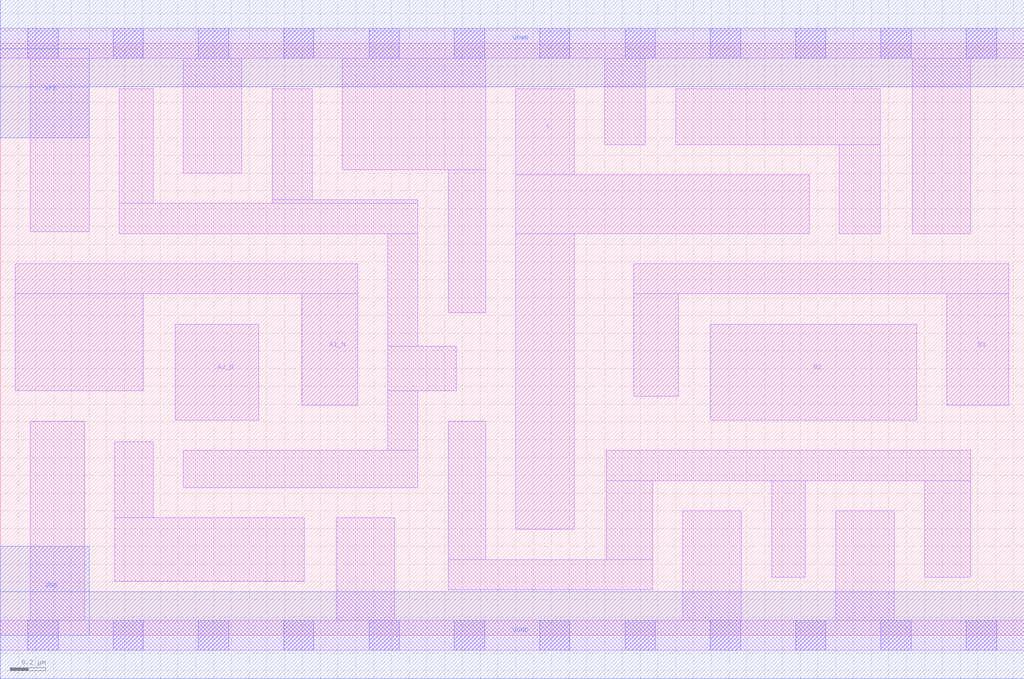
<source format=lef>
# Copyright 2020 The SkyWater PDK Authors
#
# Licensed under the Apache License, Version 2.0 (the "License");
# you may not use this file except in compliance with the License.
# You may obtain a copy of the License at
#
#     https://www.apache.org/licenses/LICENSE-2.0
#
# Unless required by applicable law or agreed to in writing, software
# distributed under the License is distributed on an "AS IS" BASIS,
# WITHOUT WARRANTIES OR CONDITIONS OF ANY KIND, either express or implied.
# See the License for the specific language governing permissions and
# limitations under the License.
#
# SPDX-License-Identifier: Apache-2.0

VERSION 5.5 ;
NAMESCASESENSITIVE ON ;
BUSBITCHARS "[]" ;
DIVIDERCHAR "/" ;
MACRO sky130_fd_sc_lp__o2bb2ai_2
  CLASS CORE ;
  SOURCE USER ;
  ORIGIN  0.000000  0.000000 ;
  SIZE  5.760000 BY  3.330000 ;
  SYMMETRY X Y R90 ;
  SITE unit ;
  PIN A1_N
    ANTENNAGATEAREA  0.630000 ;
    DIRECTION INPUT ;
    USE SIGNAL ;
    PORT
      LAYER li1 ;
        RECT 0.085000 1.375000 0.805000 1.920000 ;
        RECT 0.085000 1.920000 2.010000 2.090000 ;
        RECT 1.695000 1.295000 2.010000 1.920000 ;
    END
  END A1_N
  PIN A2_N
    ANTENNAGATEAREA  0.630000 ;
    DIRECTION INPUT ;
    USE SIGNAL ;
    PORT
      LAYER li1 ;
        RECT 0.985000 1.210000 1.455000 1.750000 ;
    END
  END A2_N
  PIN B1
    ANTENNAGATEAREA  0.630000 ;
    DIRECTION INPUT ;
    USE SIGNAL ;
    PORT
      LAYER li1 ;
        RECT 3.565000 1.345000 3.815000 1.920000 ;
        RECT 3.565000 1.920000 5.675000 2.090000 ;
        RECT 5.325000 1.295000 5.675000 1.920000 ;
    END
  END B1
  PIN B2
    ANTENNAGATEAREA  0.630000 ;
    DIRECTION INPUT ;
    USE SIGNAL ;
    PORT
      LAYER li1 ;
        RECT 3.995000 1.210000 5.155000 1.750000 ;
    END
  END B2
  PIN Y
    ANTENNADIFFAREA  0.991200 ;
    DIRECTION OUTPUT ;
    USE SIGNAL ;
    PORT
      LAYER li1 ;
        RECT 2.900000 0.595000 3.230000 2.260000 ;
        RECT 2.900000 2.260000 4.550000 2.590000 ;
        RECT 2.900000 2.590000 3.230000 3.075000 ;
    END
  END Y
  PIN VGND
    DIRECTION INOUT ;
    USE GROUND ;
    PORT
      LAYER met1 ;
        RECT 0.000000 -0.245000 5.760000 0.245000 ;
    END
  END VGND
  PIN VNB
    DIRECTION INOUT ;
    USE GROUND ;
    PORT
      LAYER met1 ;
        RECT 0.000000 0.000000 0.500000 0.500000 ;
    END
  END VNB
  PIN VPB
    DIRECTION INOUT ;
    USE POWER ;
    PORT
      LAYER met1 ;
        RECT 0.000000 2.800000 0.500000 3.300000 ;
    END
  END VPB
  PIN VPWR
    DIRECTION INOUT ;
    USE POWER ;
    PORT
      LAYER met1 ;
        RECT 0.000000 3.085000 5.760000 3.575000 ;
    END
  END VPWR
  OBS
    LAYER li1 ;
      RECT 0.000000 -0.085000 5.760000 0.085000 ;
      RECT 0.000000  3.245000 5.760000 3.415000 ;
      RECT 0.170000  0.085000 0.475000 1.205000 ;
      RECT 0.170000  2.270000 0.500000 3.245000 ;
      RECT 0.645000  0.305000 1.710000 0.660000 ;
      RECT 0.645000  0.660000 0.860000 1.090000 ;
      RECT 0.670000  2.260000 2.350000 2.430000 ;
      RECT 0.670000  2.430000 0.860000 3.075000 ;
      RECT 1.030000  0.830000 2.350000 1.040000 ;
      RECT 1.030000  2.600000 1.360000 3.245000 ;
      RECT 1.530000  2.430000 2.350000 2.450000 ;
      RECT 1.530000  2.450000 1.755000 3.075000 ;
      RECT 1.890000  0.085000 2.220000 0.660000 ;
      RECT 1.925000  2.620000 2.730000 3.245000 ;
      RECT 2.180000  1.040000 2.350000 1.375000 ;
      RECT 2.180000  1.375000 2.565000 1.625000 ;
      RECT 2.180000  1.625000 2.350000 2.260000 ;
      RECT 2.520000  0.255000 3.670000 0.425000 ;
      RECT 2.520000  0.425000 2.730000 1.205000 ;
      RECT 2.520000  1.815000 2.730000 2.620000 ;
      RECT 3.400000  2.760000 3.630000 3.245000 ;
      RECT 3.410000  0.425000 3.670000 0.870000 ;
      RECT 3.410000  0.870000 5.460000 1.040000 ;
      RECT 3.800000  2.760000 4.950000 3.075000 ;
      RECT 3.840000  0.085000 4.170000 0.700000 ;
      RECT 4.340000  0.325000 4.530000 0.870000 ;
      RECT 4.700000  0.085000 5.030000 0.700000 ;
      RECT 4.720000  2.260000 4.950000 2.760000 ;
      RECT 5.130000  2.260000 5.460000 3.245000 ;
      RECT 5.200000  0.325000 5.460000 0.870000 ;
    LAYER mcon ;
      RECT 0.155000 -0.085000 0.325000 0.085000 ;
      RECT 0.155000  3.245000 0.325000 3.415000 ;
      RECT 0.635000 -0.085000 0.805000 0.085000 ;
      RECT 0.635000  3.245000 0.805000 3.415000 ;
      RECT 1.115000 -0.085000 1.285000 0.085000 ;
      RECT 1.115000  3.245000 1.285000 3.415000 ;
      RECT 1.595000 -0.085000 1.765000 0.085000 ;
      RECT 1.595000  3.245000 1.765000 3.415000 ;
      RECT 2.075000 -0.085000 2.245000 0.085000 ;
      RECT 2.075000  3.245000 2.245000 3.415000 ;
      RECT 2.555000 -0.085000 2.725000 0.085000 ;
      RECT 2.555000  3.245000 2.725000 3.415000 ;
      RECT 3.035000 -0.085000 3.205000 0.085000 ;
      RECT 3.035000  3.245000 3.205000 3.415000 ;
      RECT 3.515000 -0.085000 3.685000 0.085000 ;
      RECT 3.515000  3.245000 3.685000 3.415000 ;
      RECT 3.995000 -0.085000 4.165000 0.085000 ;
      RECT 3.995000  3.245000 4.165000 3.415000 ;
      RECT 4.475000 -0.085000 4.645000 0.085000 ;
      RECT 4.475000  3.245000 4.645000 3.415000 ;
      RECT 4.955000 -0.085000 5.125000 0.085000 ;
      RECT 4.955000  3.245000 5.125000 3.415000 ;
      RECT 5.435000 -0.085000 5.605000 0.085000 ;
      RECT 5.435000  3.245000 5.605000 3.415000 ;
  END
END sky130_fd_sc_lp__o2bb2ai_2

</source>
